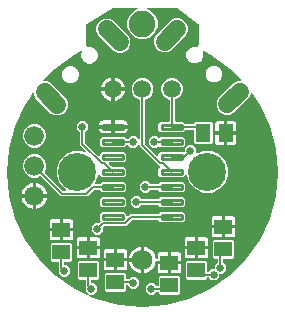
<source format=gbl>
G04 EAGLE Gerber RS-274X export*
G75*
%MOMM*%
%FSLAX34Y34*%
%LPD*%
%INBottom Copper*%
%IPPOS*%
%AMOC8*
5,1,8,0,0,1.08239X$1,22.5*%
G01*
%ADD10C,2.250000*%
%ADD11C,1.755000*%
%ADD12R,1.300000X1.500000*%
%ADD13C,1.676400*%
%ADD14R,1.500000X1.300000*%
%ADD15C,1.508000*%
%ADD16C,3.216000*%
%ADD17C,1.508000*%
%ADD18C,0.295000*%
%ADD19C,0.152400*%
%ADD20C,0.654800*%

G36*
X172220Y26571D02*
X172220Y26571D01*
X172250Y26579D01*
X172350Y26594D01*
X191507Y31711D01*
X191536Y31724D01*
X191567Y31734D01*
X191577Y31736D01*
X191587Y31741D01*
X191631Y31756D01*
X209613Y40112D01*
X209639Y40130D01*
X209728Y40178D01*
X225991Y51522D01*
X226013Y51544D01*
X226093Y51607D01*
X240146Y65595D01*
X240165Y65620D01*
X240232Y65696D01*
X251651Y81906D01*
X251665Y81934D01*
X251718Y82020D01*
X260159Y99962D01*
X260167Y99993D01*
X260204Y100086D01*
X265411Y119219D01*
X265415Y119250D01*
X265435Y119349D01*
X267251Y139095D01*
X267248Y139126D01*
X267251Y139227D01*
X265621Y158988D01*
X265613Y159019D01*
X265599Y159119D01*
X260572Y178299D01*
X260559Y178328D01*
X260527Y178424D01*
X252255Y196445D01*
X252238Y196471D01*
X252190Y196560D01*
X245426Y206354D01*
X245414Y206367D01*
X245406Y206382D01*
X245329Y206455D01*
X245256Y206531D01*
X245241Y206539D01*
X245228Y206551D01*
X245131Y206596D01*
X245038Y206645D01*
X245021Y206648D01*
X245005Y206655D01*
X244899Y206667D01*
X244795Y206683D01*
X244778Y206680D01*
X244760Y206682D01*
X244656Y206659D01*
X244552Y206641D01*
X244537Y206633D01*
X244520Y206630D01*
X244429Y206575D01*
X244336Y206525D01*
X244324Y206512D01*
X244309Y206503D01*
X244240Y206423D01*
X244167Y206345D01*
X244160Y206330D01*
X244149Y206317D01*
X244109Y206218D01*
X244065Y206121D01*
X244064Y206104D01*
X244057Y206088D01*
X244039Y205922D01*
X244039Y205845D01*
X242659Y202513D01*
X229446Y189300D01*
X226114Y187920D01*
X222508Y187920D01*
X219176Y189300D01*
X216626Y191850D01*
X215246Y195182D01*
X215246Y198788D01*
X216626Y202120D01*
X229839Y215333D01*
X233171Y216713D01*
X235336Y216713D01*
X235405Y216724D01*
X235474Y216725D01*
X235525Y216744D01*
X235579Y216752D01*
X235640Y216785D01*
X235705Y216808D01*
X235748Y216842D01*
X235796Y216868D01*
X235844Y216918D01*
X235898Y216960D01*
X235928Y217006D01*
X235966Y217046D01*
X235995Y217108D01*
X236033Y217166D01*
X236046Y217219D01*
X236069Y217269D01*
X236077Y217338D01*
X236094Y217404D01*
X236091Y217459D01*
X236097Y217513D01*
X236082Y217581D01*
X236077Y217650D01*
X236056Y217700D01*
X236044Y217754D01*
X236009Y217813D01*
X235982Y217877D01*
X235935Y217937D01*
X235918Y217965D01*
X235902Y217979D01*
X235878Y218008D01*
X226917Y227097D01*
X226891Y227116D01*
X226816Y227183D01*
X210660Y238679D01*
X210653Y238682D01*
X210646Y238688D01*
X210621Y238700D01*
X210575Y238731D01*
X204458Y241978D01*
X204356Y242012D01*
X204256Y242051D01*
X204240Y242051D01*
X204225Y242056D01*
X204117Y242057D01*
X204010Y242061D01*
X203995Y242057D01*
X203979Y242057D01*
X203877Y242023D01*
X203774Y241993D01*
X203761Y241984D01*
X203746Y241979D01*
X203660Y241914D01*
X203572Y241852D01*
X203562Y241840D01*
X203550Y241830D01*
X203489Y241741D01*
X203425Y241655D01*
X203420Y241640D01*
X203411Y241627D01*
X203382Y241523D01*
X203349Y241421D01*
X203349Y241405D01*
X203345Y241390D01*
X203350Y241283D01*
X203351Y241175D01*
X203356Y241157D01*
X203357Y241144D01*
X203368Y241116D01*
X203398Y241014D01*
X203774Y240105D01*
X203774Y237304D01*
X202703Y234716D01*
X200722Y232735D01*
X198134Y231663D01*
X195333Y231663D01*
X192745Y232735D01*
X190765Y234716D01*
X189693Y237304D01*
X189693Y240105D01*
X190765Y242692D01*
X192745Y244673D01*
X195333Y245745D01*
X198134Y245745D01*
X198648Y245532D01*
X198698Y245520D01*
X198746Y245499D01*
X198818Y245492D01*
X198887Y245476D01*
X198939Y245481D01*
X198991Y245476D01*
X199061Y245492D01*
X199132Y245499D01*
X199180Y245520D01*
X199230Y245532D01*
X199291Y245570D01*
X199357Y245599D01*
X199395Y245634D01*
X199440Y245662D01*
X199485Y245717D01*
X199538Y245765D01*
X199563Y245811D01*
X199596Y245851D01*
X199622Y245918D01*
X199656Y245981D01*
X199666Y246032D01*
X199684Y246081D01*
X199687Y246152D01*
X199700Y246223D01*
X199693Y246275D01*
X199695Y246327D01*
X199668Y246439D01*
X199664Y246466D01*
X199660Y246475D01*
X199656Y246490D01*
X199630Y246565D01*
X199823Y246971D01*
X199847Y247053D01*
X199879Y247132D01*
X199884Y247181D01*
X199892Y247207D01*
X199891Y247237D01*
X199897Y247298D01*
X199897Y264668D01*
X199896Y264676D01*
X199896Y264678D01*
X199894Y264690D01*
X199896Y264712D01*
X199874Y264811D01*
X199858Y264911D01*
X199847Y264930D01*
X199842Y264952D01*
X199790Y265039D01*
X199742Y265128D01*
X199726Y265143D01*
X199715Y265162D01*
X199593Y265277D01*
X181982Y278485D01*
X181949Y278502D01*
X181920Y278527D01*
X181840Y278559D01*
X181764Y278599D01*
X181727Y278605D01*
X181692Y278619D01*
X181525Y278637D01*
X156927Y278637D01*
X156831Y278622D01*
X156734Y278612D01*
X156710Y278602D01*
X156684Y278598D01*
X156598Y278552D01*
X156509Y278512D01*
X156490Y278495D01*
X156467Y278482D01*
X156400Y278412D01*
X156328Y278346D01*
X156316Y278323D01*
X156298Y278304D01*
X156257Y278216D01*
X156210Y278130D01*
X156205Y278105D01*
X156194Y278081D01*
X156183Y277984D01*
X156166Y277888D01*
X156170Y277862D01*
X156167Y277837D01*
X156188Y277741D01*
X156202Y277645D01*
X156214Y277622D01*
X156219Y277596D01*
X156269Y277513D01*
X156313Y277426D01*
X156332Y277407D01*
X156345Y277385D01*
X156419Y277322D01*
X156489Y277254D01*
X156517Y277238D01*
X156532Y277225D01*
X156563Y277213D01*
X156636Y277173D01*
X159636Y275930D01*
X163230Y272336D01*
X165175Y267641D01*
X165175Y262559D01*
X163230Y257864D01*
X159636Y254270D01*
X154941Y252325D01*
X149859Y252325D01*
X145164Y254270D01*
X141570Y257864D01*
X139625Y262559D01*
X139625Y267641D01*
X141570Y272336D01*
X145164Y275930D01*
X148164Y277173D01*
X148247Y277224D01*
X148333Y277270D01*
X148351Y277288D01*
X148373Y277302D01*
X148435Y277378D01*
X148502Y277448D01*
X148513Y277472D01*
X148530Y277492D01*
X148565Y277583D01*
X148606Y277671D01*
X148609Y277697D01*
X148618Y277721D01*
X148622Y277819D01*
X148633Y277915D01*
X148628Y277941D01*
X148629Y277967D01*
X148602Y278061D01*
X148581Y278156D01*
X148567Y278178D01*
X148560Y278203D01*
X148505Y278283D01*
X148455Y278367D01*
X148435Y278384D01*
X148420Y278405D01*
X148342Y278464D01*
X148268Y278527D01*
X148243Y278537D01*
X148222Y278552D01*
X148130Y278582D01*
X148040Y278619D01*
X148007Y278622D01*
X147989Y278628D01*
X147956Y278628D01*
X147873Y278637D01*
X128126Y278637D01*
X128007Y278618D01*
X127886Y278599D01*
X127884Y278598D01*
X127883Y278598D01*
X127877Y278594D01*
X127734Y278529D01*
X105272Y265052D01*
X105226Y265012D01*
X105173Y264981D01*
X105132Y264933D01*
X105085Y264893D01*
X105053Y264840D01*
X105013Y264794D01*
X104990Y264736D01*
X104957Y264682D01*
X104944Y264623D01*
X104921Y264566D01*
X104911Y264474D01*
X104904Y264442D01*
X104906Y264426D01*
X104903Y264399D01*
X104903Y247298D01*
X104916Y247214D01*
X104922Y247129D01*
X104938Y247082D01*
X104942Y247055D01*
X104957Y247029D01*
X104977Y246971D01*
X105170Y246565D01*
X105069Y246279D01*
X105059Y246228D01*
X105041Y246179D01*
X105038Y246108D01*
X105025Y246037D01*
X105033Y245986D01*
X105030Y245933D01*
X105050Y245865D01*
X105061Y245794D01*
X105084Y245747D01*
X105099Y245697D01*
X105140Y245638D01*
X105172Y245575D01*
X105209Y245538D01*
X105239Y245495D01*
X105297Y245452D01*
X105348Y245402D01*
X105395Y245380D01*
X105437Y245348D01*
X105505Y245326D01*
X105569Y245295D01*
X105621Y245288D01*
X105670Y245272D01*
X105742Y245273D01*
X105813Y245264D01*
X105864Y245274D01*
X105916Y245275D01*
X106027Y245307D01*
X106054Y245312D01*
X106063Y245317D01*
X106077Y245321D01*
X106359Y245438D01*
X109160Y245438D01*
X111748Y244366D01*
X113728Y242385D01*
X114800Y239798D01*
X114800Y236997D01*
X113728Y234409D01*
X111748Y232428D01*
X109160Y231356D01*
X106359Y231356D01*
X103771Y232428D01*
X101790Y234409D01*
X100719Y236997D01*
X100719Y239798D01*
X101172Y240892D01*
X101196Y240996D01*
X101225Y241100D01*
X101224Y241116D01*
X101228Y241131D01*
X101218Y241238D01*
X101212Y241346D01*
X101206Y241360D01*
X101205Y241376D01*
X101161Y241474D01*
X101121Y241574D01*
X101111Y241586D01*
X101105Y241601D01*
X101032Y241680D01*
X100963Y241762D01*
X100949Y241770D01*
X100938Y241782D01*
X100844Y241834D01*
X100752Y241889D01*
X100737Y241893D01*
X100723Y241900D01*
X100617Y241920D01*
X100512Y241943D01*
X100496Y241941D01*
X100481Y241944D01*
X100374Y241928D01*
X100267Y241917D01*
X100250Y241910D01*
X100237Y241908D01*
X100210Y241895D01*
X100112Y241855D01*
X94225Y238731D01*
X94200Y238712D01*
X94140Y238679D01*
X77984Y227183D01*
X77962Y227161D01*
X77883Y227097D01*
X68619Y217701D01*
X68579Y217645D01*
X68531Y217595D01*
X68508Y217545D01*
X68477Y217501D01*
X68457Y217434D01*
X68428Y217372D01*
X68422Y217318D01*
X68406Y217265D01*
X68408Y217196D01*
X68401Y217127D01*
X68412Y217074D01*
X68414Y217019D01*
X68438Y216955D01*
X68453Y216887D01*
X68481Y216840D01*
X68500Y216789D01*
X68544Y216735D01*
X68579Y216676D01*
X68621Y216640D01*
X68655Y216598D01*
X68713Y216561D01*
X68766Y216516D01*
X68817Y216496D01*
X68863Y216466D01*
X68930Y216450D01*
X68994Y216424D01*
X69070Y216416D01*
X69102Y216408D01*
X69124Y216410D01*
X69161Y216406D01*
X71322Y216406D01*
X74654Y215026D01*
X87867Y201813D01*
X89247Y198481D01*
X89247Y194875D01*
X87867Y191543D01*
X85317Y188993D01*
X81985Y187613D01*
X78379Y187613D01*
X75047Y188993D01*
X61834Y202206D01*
X60441Y205569D01*
X60432Y205615D01*
X60415Y205720D01*
X60406Y205735D01*
X60403Y205752D01*
X60349Y205844D01*
X60299Y205937D01*
X60287Y205949D01*
X60278Y205964D01*
X60198Y206034D01*
X60121Y206107D01*
X60105Y206114D01*
X60093Y206125D01*
X59994Y206165D01*
X59898Y206210D01*
X59881Y206212D01*
X59865Y206219D01*
X59759Y206226D01*
X59654Y206237D01*
X59637Y206234D01*
X59620Y206235D01*
X59517Y206208D01*
X59413Y206185D01*
X59398Y206176D01*
X59382Y206172D01*
X59293Y206113D01*
X59202Y206059D01*
X59191Y206046D01*
X59177Y206036D01*
X59067Y205910D01*
X56812Y202644D01*
X52610Y196560D01*
X52609Y196556D01*
X52607Y196554D01*
X52593Y196526D01*
X52545Y196445D01*
X44273Y178424D01*
X44265Y178394D01*
X44228Y178299D01*
X39201Y159119D01*
X39198Y159087D01*
X39179Y158988D01*
X37549Y139227D01*
X37551Y139195D01*
X37549Y139095D01*
X39365Y119349D01*
X39373Y119319D01*
X39389Y119219D01*
X44596Y100086D01*
X44609Y100058D01*
X44641Y99962D01*
X53082Y82020D01*
X53100Y81994D01*
X53149Y81906D01*
X64568Y65696D01*
X64590Y65673D01*
X64654Y65595D01*
X78707Y51607D01*
X78733Y51588D01*
X78809Y51522D01*
X95072Y40178D01*
X95101Y40165D01*
X95187Y40112D01*
X105810Y35175D01*
X105919Y35145D01*
X106028Y35112D01*
X106038Y35112D01*
X106047Y35109D01*
X106160Y35115D01*
X106274Y35118D01*
X106283Y35121D01*
X106293Y35122D01*
X106398Y35164D01*
X106505Y35202D01*
X106512Y35209D01*
X106522Y35212D01*
X106608Y35285D01*
X106697Y35356D01*
X106702Y35364D01*
X106710Y35371D01*
X106768Y35468D01*
X106830Y35563D01*
X106832Y35573D01*
X106837Y35581D01*
X106862Y35692D01*
X106890Y35802D01*
X106889Y35811D01*
X106891Y35821D01*
X106879Y35934D01*
X106871Y36047D01*
X106867Y36056D01*
X106866Y36066D01*
X106819Y36169D01*
X106774Y36273D01*
X106767Y36282D01*
X106764Y36290D01*
X106747Y36308D01*
X106670Y36404D01*
X104421Y38652D01*
X104421Y41889D01*
X104407Y41980D01*
X104399Y42070D01*
X104393Y42085D01*
X104393Y47754D01*
X104390Y47774D01*
X104392Y47793D01*
X104370Y47895D01*
X104354Y47997D01*
X104344Y48014D01*
X104340Y48034D01*
X104287Y48123D01*
X104238Y48214D01*
X104224Y48228D01*
X104214Y48245D01*
X104135Y48312D01*
X104060Y48384D01*
X104042Y48392D01*
X104027Y48405D01*
X103931Y48444D01*
X103837Y48487D01*
X103817Y48489D01*
X103799Y48497D01*
X103632Y48515D01*
X98548Y48515D01*
X97655Y49408D01*
X97655Y63672D01*
X98548Y64565D01*
X114812Y64565D01*
X115705Y63672D01*
X115705Y49408D01*
X114812Y48515D01*
X109728Y48515D01*
X109708Y48512D01*
X109689Y48514D01*
X109587Y48492D01*
X109485Y48476D01*
X109468Y48466D01*
X109448Y48462D01*
X109359Y48409D01*
X109268Y48360D01*
X109254Y48346D01*
X109237Y48336D01*
X109170Y48257D01*
X109098Y48182D01*
X109090Y48164D01*
X109077Y48149D01*
X109038Y48053D01*
X108995Y47959D01*
X108993Y47939D01*
X108985Y47921D01*
X108967Y47754D01*
X108967Y46200D01*
X108970Y46180D01*
X108968Y46161D01*
X108990Y46059D01*
X109006Y45957D01*
X109016Y45940D01*
X109020Y45920D01*
X109073Y45831D01*
X109122Y45740D01*
X109136Y45726D01*
X109146Y45709D01*
X109225Y45642D01*
X109300Y45570D01*
X109318Y45562D01*
X109333Y45549D01*
X109429Y45510D01*
X109523Y45467D01*
X109543Y45465D01*
X109561Y45457D01*
X109728Y45439D01*
X111208Y45439D01*
X114019Y42628D01*
X114019Y38652D01*
X111208Y35841D01*
X107822Y35841D01*
X107742Y35828D01*
X107660Y35824D01*
X107621Y35808D01*
X107579Y35802D01*
X107507Y35763D01*
X107432Y35734D01*
X107399Y35706D01*
X107362Y35686D01*
X107306Y35627D01*
X107244Y35575D01*
X107222Y35539D01*
X107193Y35508D01*
X107158Y35434D01*
X107116Y35365D01*
X107107Y35323D01*
X107089Y35285D01*
X107080Y35204D01*
X107062Y35125D01*
X107066Y35083D01*
X107062Y35041D01*
X107079Y34961D01*
X107088Y34880D01*
X107105Y34842D01*
X107114Y34800D01*
X107156Y34730D01*
X107190Y34656D01*
X107219Y34625D01*
X107240Y34589D01*
X107302Y34536D01*
X107358Y34477D01*
X107405Y34448D01*
X107427Y34429D01*
X107454Y34418D01*
X107501Y34390D01*
X113169Y31756D01*
X113199Y31747D01*
X113293Y31711D01*
X132450Y26594D01*
X132481Y26591D01*
X132580Y26571D01*
X152334Y24848D01*
X152365Y24850D01*
X152466Y24848D01*
X172220Y26571D01*
G37*
%LPC*%
G36*
X203898Y122095D02*
X203898Y122095D01*
X197428Y124775D01*
X192475Y129728D01*
X189795Y136198D01*
X189795Y136465D01*
X189784Y136536D01*
X189782Y136608D01*
X189764Y136657D01*
X189756Y136708D01*
X189722Y136771D01*
X189697Y136839D01*
X189665Y136879D01*
X189640Y136925D01*
X189588Y136975D01*
X189544Y137031D01*
X189500Y137059D01*
X189462Y137095D01*
X189397Y137125D01*
X189337Y137164D01*
X189286Y137176D01*
X189239Y137198D01*
X189168Y137206D01*
X189098Y137224D01*
X189046Y137220D01*
X188995Y137225D01*
X188924Y137210D01*
X188853Y137205D01*
X188805Y137184D01*
X188754Y137173D01*
X188693Y137136D01*
X188627Y137108D01*
X188571Y137063D01*
X188543Y137047D01*
X188528Y137029D01*
X188496Y137003D01*
X186718Y135225D01*
X167682Y135225D01*
X165925Y136982D01*
X165925Y142418D01*
X167085Y143578D01*
X167127Y143636D01*
X167177Y143688D01*
X167199Y143735D01*
X167229Y143777D01*
X167250Y143846D01*
X167280Y143911D01*
X167286Y143963D01*
X167301Y144013D01*
X167300Y144084D01*
X167307Y144155D01*
X167296Y144206D01*
X167295Y144258D01*
X167270Y144326D01*
X167255Y144396D01*
X167228Y144441D01*
X167211Y144489D01*
X167166Y144545D01*
X167129Y144607D01*
X167089Y144641D01*
X167057Y144681D01*
X166997Y144720D01*
X166942Y144767D01*
X166894Y144786D01*
X166850Y144814D01*
X166780Y144832D01*
X166714Y144859D01*
X166643Y144867D01*
X166611Y144875D01*
X166588Y144873D01*
X166547Y144877D01*
X166420Y144877D01*
X150113Y161184D01*
X150113Y161809D01*
X150102Y161880D01*
X150100Y161951D01*
X150082Y162000D01*
X150074Y162052D01*
X150040Y162115D01*
X150015Y162182D01*
X149983Y162223D01*
X149958Y162269D01*
X149907Y162318D01*
X149862Y162375D01*
X149818Y162403D01*
X149780Y162439D01*
X149715Y162469D01*
X149655Y162508D01*
X149604Y162520D01*
X149557Y162542D01*
X149486Y162550D01*
X149416Y162568D01*
X149364Y162564D01*
X149313Y162569D01*
X149242Y162554D01*
X149171Y162548D01*
X149123Y162528D01*
X149072Y162517D01*
X149011Y162480D01*
X148945Y162452D01*
X148889Y162407D01*
X148861Y162391D01*
X148846Y162373D01*
X148814Y162347D01*
X146768Y160301D01*
X142792Y160301D01*
X140503Y162590D01*
X140429Y162643D01*
X140360Y162703D01*
X140330Y162715D01*
X140304Y162734D01*
X140217Y162761D01*
X140132Y162795D01*
X140091Y162799D01*
X140068Y162806D01*
X140036Y162805D01*
X139965Y162813D01*
X139621Y162813D01*
X139531Y162799D01*
X139440Y162791D01*
X139410Y162779D01*
X139378Y162774D01*
X139297Y162731D01*
X139214Y162695D01*
X139181Y162669D01*
X139161Y162658D01*
X139139Y162635D01*
X139083Y162590D01*
X137118Y160625D01*
X118082Y160625D01*
X116325Y162382D01*
X116325Y167818D01*
X118082Y169575D01*
X137118Y169575D01*
X139083Y167610D01*
X139157Y167557D01*
X139226Y167497D01*
X139256Y167485D01*
X139282Y167466D01*
X139369Y167439D01*
X139454Y167405D01*
X139495Y167401D01*
X139517Y167394D01*
X139550Y167395D01*
X139621Y167387D01*
X139965Y167387D01*
X140055Y167401D01*
X140146Y167409D01*
X140176Y167421D01*
X140208Y167426D01*
X140288Y167469D01*
X140372Y167505D01*
X140404Y167531D01*
X140425Y167542D01*
X140447Y167565D01*
X140503Y167610D01*
X142792Y169899D01*
X146768Y169899D01*
X148814Y167853D01*
X148872Y167811D01*
X148924Y167761D01*
X148971Y167740D01*
X149013Y167709D01*
X149082Y167688D01*
X149147Y167658D01*
X149199Y167652D01*
X149249Y167637D01*
X149320Y167639D01*
X149391Y167631D01*
X149442Y167642D01*
X149494Y167643D01*
X149562Y167668D01*
X149632Y167683D01*
X149677Y167710D01*
X149725Y167728D01*
X149781Y167772D01*
X149843Y167809D01*
X149877Y167849D01*
X149917Y167881D01*
X149956Y167942D01*
X150003Y167996D01*
X150022Y168044D01*
X150050Y168088D01*
X150068Y168158D01*
X150095Y168224D01*
X150103Y168296D01*
X150111Y168327D01*
X150109Y168350D01*
X150113Y168391D01*
X150113Y200327D01*
X150094Y200442D01*
X150077Y200558D01*
X150075Y200564D01*
X150074Y200570D01*
X150019Y200672D01*
X149966Y200777D01*
X149961Y200782D01*
X149958Y200787D01*
X149874Y200867D01*
X149790Y200949D01*
X149784Y200953D01*
X149780Y200956D01*
X149763Y200964D01*
X149643Y201030D01*
X147265Y202015D01*
X144715Y204565D01*
X143335Y207897D01*
X143335Y211503D01*
X144715Y214835D01*
X147265Y217385D01*
X150597Y218765D01*
X154203Y218765D01*
X157535Y217385D01*
X160085Y214835D01*
X161465Y211503D01*
X161465Y207897D01*
X160085Y204565D01*
X157535Y202015D01*
X155157Y201030D01*
X155057Y200968D01*
X154957Y200909D01*
X154953Y200904D01*
X154948Y200901D01*
X154873Y200810D01*
X154797Y200722D01*
X154795Y200716D01*
X154791Y200711D01*
X154749Y200603D01*
X154705Y200494D01*
X154704Y200486D01*
X154703Y200482D01*
X154702Y200463D01*
X154687Y200327D01*
X154687Y163394D01*
X154691Y163369D01*
X154689Y163353D01*
X154702Y163291D01*
X154709Y163213D01*
X154721Y163183D01*
X154726Y163151D01*
X154737Y163130D01*
X154741Y163113D01*
X154776Y163055D01*
X154805Y162986D01*
X154831Y162954D01*
X154842Y162934D01*
X154857Y162919D01*
X154867Y162902D01*
X154884Y162887D01*
X154910Y162855D01*
X164626Y153139D01*
X164684Y153097D01*
X164736Y153048D01*
X164783Y153026D01*
X164825Y152996D01*
X164894Y152975D01*
X164959Y152944D01*
X165011Y152939D01*
X165061Y152923D01*
X165132Y152925D01*
X165203Y152917D01*
X165254Y152928D01*
X165306Y152930D01*
X165374Y152954D01*
X165444Y152970D01*
X165489Y152996D01*
X165537Y153014D01*
X165593Y153059D01*
X165655Y153096D01*
X165689Y153135D01*
X165729Y153168D01*
X165768Y153228D01*
X165815Y153283D01*
X165834Y153331D01*
X165862Y153375D01*
X165880Y153444D01*
X165907Y153511D01*
X165915Y153582D01*
X165923Y153613D01*
X165921Y153637D01*
X165925Y153678D01*
X165925Y155118D01*
X167682Y156875D01*
X186718Y156875D01*
X186942Y156651D01*
X187000Y156609D01*
X187052Y156559D01*
X187099Y156537D01*
X187141Y156507D01*
X187210Y156486D01*
X187275Y156456D01*
X187327Y156450D01*
X187377Y156435D01*
X187448Y156436D01*
X187519Y156429D01*
X187570Y156440D01*
X187622Y156441D01*
X187690Y156466D01*
X187760Y156481D01*
X187805Y156508D01*
X187853Y156525D01*
X187909Y156570D01*
X187971Y156607D01*
X188005Y156647D01*
X188045Y156679D01*
X188084Y156739D01*
X188131Y156794D01*
X188150Y156842D01*
X188178Y156886D01*
X188196Y156955D01*
X188223Y157022D01*
X188231Y157093D01*
X188239Y157125D01*
X188237Y157148D01*
X188241Y157189D01*
X188241Y159468D01*
X191052Y162279D01*
X195028Y162279D01*
X197839Y159468D01*
X197839Y155934D01*
X197846Y155889D01*
X197844Y155843D01*
X197866Y155768D01*
X197878Y155691D01*
X197900Y155651D01*
X197913Y155607D01*
X197957Y155543D01*
X197994Y155474D01*
X198027Y155442D01*
X198053Y155405D01*
X198116Y155358D01*
X198172Y155305D01*
X198214Y155285D01*
X198250Y155258D01*
X198324Y155234D01*
X198395Y155201D01*
X198441Y155196D01*
X198484Y155182D01*
X198562Y155182D01*
X198639Y155174D01*
X198684Y155184D01*
X198730Y155184D01*
X198862Y155222D01*
X198880Y155226D01*
X198884Y155229D01*
X198891Y155231D01*
X203898Y157305D01*
X210902Y157305D01*
X217372Y154625D01*
X222325Y149672D01*
X225005Y143202D01*
X225005Y136198D01*
X222325Y129728D01*
X217372Y124775D01*
X210902Y122095D01*
X203898Y122095D01*
G37*
%LPD*%
%LPC*%
G36*
X83459Y119047D02*
X83459Y119047D01*
X66615Y135891D01*
X66521Y135958D01*
X66427Y136029D01*
X66421Y136031D01*
X66415Y136034D01*
X66305Y136069D01*
X66193Y136105D01*
X66186Y136105D01*
X66180Y136107D01*
X66064Y136104D01*
X65947Y136103D01*
X65940Y136101D01*
X65935Y136100D01*
X65917Y136094D01*
X65786Y136056D01*
X62931Y134873D01*
X58989Y134873D01*
X55348Y136381D01*
X52561Y139168D01*
X51053Y142809D01*
X51053Y146751D01*
X52561Y150392D01*
X55348Y153179D01*
X58989Y154687D01*
X62931Y154687D01*
X66572Y153179D01*
X69359Y150392D01*
X70867Y146751D01*
X70867Y142809D01*
X69684Y139954D01*
X69657Y139841D01*
X69629Y139727D01*
X69629Y139721D01*
X69628Y139715D01*
X69639Y139598D01*
X69648Y139482D01*
X69650Y139476D01*
X69651Y139470D01*
X69699Y139362D01*
X69744Y139256D01*
X69749Y139250D01*
X69751Y139245D01*
X69764Y139232D01*
X69849Y139125D01*
X85130Y123844D01*
X85204Y123791D01*
X85274Y123731D01*
X85304Y123719D01*
X85330Y123700D01*
X85417Y123673D01*
X85502Y123639D01*
X85543Y123635D01*
X85565Y123628D01*
X85597Y123629D01*
X85669Y123621D01*
X86745Y123621D01*
X86815Y123632D01*
X86887Y123634D01*
X86936Y123652D01*
X86987Y123660D01*
X87051Y123694D01*
X87118Y123719D01*
X87159Y123751D01*
X87205Y123776D01*
X87254Y123828D01*
X87310Y123872D01*
X87338Y123916D01*
X87374Y123954D01*
X87404Y124019D01*
X87443Y124079D01*
X87456Y124130D01*
X87478Y124177D01*
X87486Y124248D01*
X87503Y124318D01*
X87499Y124370D01*
X87505Y124421D01*
X87490Y124492D01*
X87484Y124563D01*
X87464Y124611D01*
X87453Y124662D01*
X87416Y124723D01*
X87388Y124789D01*
X87343Y124845D01*
X87326Y124873D01*
X87309Y124888D01*
X87283Y124920D01*
X82475Y129728D01*
X79795Y136198D01*
X79795Y143202D01*
X82475Y149672D01*
X87428Y154625D01*
X93898Y157305D01*
X100902Y157305D01*
X103325Y156301D01*
X103420Y156279D01*
X103513Y156250D01*
X103539Y156251D01*
X103565Y156245D01*
X103661Y156254D01*
X103759Y156256D01*
X103783Y156265D01*
X103809Y156268D01*
X103898Y156308D01*
X103990Y156341D01*
X104010Y156357D01*
X104034Y156368D01*
X104106Y156434D01*
X104182Y156495D01*
X104196Y156517D01*
X104215Y156534D01*
X104262Y156620D01*
X104315Y156702D01*
X104321Y156727D01*
X104334Y156750D01*
X104351Y156846D01*
X104375Y156940D01*
X104373Y156966D01*
X104378Y156992D01*
X104363Y157088D01*
X104356Y157185D01*
X104346Y157209D01*
X104342Y157235D01*
X104298Y157322D01*
X104259Y157412D01*
X104239Y157437D01*
X104230Y157454D01*
X104207Y157478D01*
X104155Y157543D01*
X100876Y160821D01*
X99313Y162384D01*
X99313Y172985D01*
X99299Y173075D01*
X99291Y173166D01*
X99279Y173196D01*
X99274Y173228D01*
X99231Y173308D01*
X99195Y173392D01*
X99169Y173424D01*
X99158Y173445D01*
X99135Y173467D01*
X99090Y173523D01*
X96801Y175812D01*
X96801Y179788D01*
X99612Y182599D01*
X103588Y182599D01*
X106399Y179788D01*
X106399Y175812D01*
X104110Y173523D01*
X104057Y173449D01*
X103997Y173380D01*
X103985Y173350D01*
X103966Y173324D01*
X103939Y173237D01*
X103905Y173152D01*
X103901Y173111D01*
X103894Y173088D01*
X103895Y173056D01*
X103887Y172985D01*
X103887Y164594D01*
X103901Y164504D01*
X103909Y164413D01*
X103921Y164383D01*
X103926Y164351D01*
X103969Y164270D01*
X104005Y164186D01*
X104031Y164154D01*
X104042Y164134D01*
X104065Y164111D01*
X104110Y164055D01*
X115026Y153139D01*
X115084Y153097D01*
X115136Y153048D01*
X115183Y153026D01*
X115225Y152996D01*
X115294Y152975D01*
X115359Y152944D01*
X115411Y152939D01*
X115461Y152923D01*
X115532Y152925D01*
X115603Y152917D01*
X115654Y152928D01*
X115706Y152930D01*
X115774Y152954D01*
X115844Y152970D01*
X115889Y152996D01*
X115937Y153014D01*
X115993Y153059D01*
X116055Y153096D01*
X116089Y153135D01*
X116129Y153168D01*
X116168Y153228D01*
X116215Y153283D01*
X116234Y153331D01*
X116262Y153375D01*
X116280Y153444D01*
X116307Y153511D01*
X116315Y153582D01*
X116323Y153613D01*
X116321Y153637D01*
X116325Y153678D01*
X116325Y155118D01*
X118082Y156875D01*
X137118Y156875D01*
X138875Y155118D01*
X138875Y149682D01*
X137118Y147925D01*
X124446Y147925D01*
X124376Y147914D01*
X124304Y147912D01*
X124255Y147894D01*
X124204Y147886D01*
X124140Y147852D01*
X124073Y147827D01*
X124032Y147795D01*
X123986Y147770D01*
X123937Y147718D01*
X123881Y147674D01*
X123853Y147630D01*
X123817Y147592D01*
X123787Y147527D01*
X123748Y147467D01*
X123735Y147416D01*
X123713Y147369D01*
X123705Y147298D01*
X123688Y147228D01*
X123692Y147176D01*
X123686Y147125D01*
X123701Y147054D01*
X123707Y146983D01*
X123727Y146935D01*
X123738Y146884D01*
X123775Y146823D01*
X123803Y146757D01*
X123848Y146701D01*
X123865Y146673D01*
X123882Y146658D01*
X123908Y146626D01*
X126136Y144398D01*
X126210Y144345D01*
X126280Y144285D01*
X126310Y144273D01*
X126336Y144254D01*
X126423Y144227D01*
X126508Y144193D01*
X126549Y144189D01*
X126571Y144182D01*
X126603Y144183D01*
X126675Y144175D01*
X137118Y144175D01*
X138875Y142418D01*
X138875Y136982D01*
X137118Y135225D01*
X118082Y135225D01*
X116304Y137003D01*
X116246Y137045D01*
X116194Y137095D01*
X116147Y137117D01*
X116105Y137147D01*
X116036Y137168D01*
X115971Y137198D01*
X115919Y137204D01*
X115869Y137219D01*
X115798Y137218D01*
X115727Y137225D01*
X115676Y137214D01*
X115624Y137213D01*
X115556Y137188D01*
X115486Y137173D01*
X115441Y137146D01*
X115393Y137129D01*
X115337Y137084D01*
X115275Y137047D01*
X115241Y137007D01*
X115201Y136975D01*
X115162Y136915D01*
X115115Y136860D01*
X115096Y136812D01*
X115068Y136768D01*
X115050Y136698D01*
X115023Y136632D01*
X115015Y136561D01*
X115007Y136529D01*
X115009Y136506D01*
X115005Y136465D01*
X115005Y136198D01*
X112578Y130339D01*
X112567Y130295D01*
X112548Y130253D01*
X112540Y130176D01*
X112522Y130100D01*
X112526Y130054D01*
X112521Y130009D01*
X112538Y129932D01*
X112545Y129855D01*
X112563Y129813D01*
X112573Y129768D01*
X112613Y129701D01*
X112645Y129630D01*
X112676Y129596D01*
X112699Y129557D01*
X112759Y129506D01*
X112811Y129449D01*
X112851Y129427D01*
X112886Y129397D01*
X112959Y129368D01*
X113027Y129331D01*
X113072Y129322D01*
X113114Y129305D01*
X113250Y129290D01*
X113269Y129287D01*
X113274Y129288D01*
X113281Y129287D01*
X115579Y129287D01*
X115669Y129301D01*
X115760Y129309D01*
X115790Y129321D01*
X115822Y129326D01*
X115903Y129369D01*
X115987Y129405D01*
X116019Y129431D01*
X116039Y129442D01*
X116061Y129465D01*
X116117Y129510D01*
X118082Y131475D01*
X137118Y131475D01*
X138875Y129718D01*
X138875Y124282D01*
X137118Y122525D01*
X118082Y122525D01*
X116117Y124490D01*
X116043Y124543D01*
X115974Y124603D01*
X115944Y124615D01*
X115918Y124634D01*
X115831Y124661D01*
X115746Y124695D01*
X115705Y124699D01*
X115683Y124706D01*
X115650Y124705D01*
X115579Y124713D01*
X111936Y124713D01*
X111846Y124699D01*
X111755Y124691D01*
X111725Y124679D01*
X111693Y124674D01*
X111613Y124631D01*
X111529Y124595D01*
X111497Y124569D01*
X111476Y124558D01*
X111454Y124535D01*
X111398Y124490D01*
X105955Y119047D01*
X83459Y119047D01*
G37*
%LPD*%
%LPC*%
G36*
X196728Y163695D02*
X196728Y163695D01*
X195835Y164588D01*
X195835Y174752D01*
X195832Y174772D01*
X195834Y174791D01*
X195812Y174893D01*
X195796Y174995D01*
X195786Y175012D01*
X195782Y175032D01*
X195729Y175121D01*
X195680Y175212D01*
X195666Y175226D01*
X195656Y175243D01*
X195577Y175310D01*
X195502Y175382D01*
X195484Y175390D01*
X195469Y175403D01*
X195373Y175442D01*
X195279Y175485D01*
X195259Y175487D01*
X195241Y175495D01*
X195074Y175513D01*
X189221Y175513D01*
X189131Y175499D01*
X189040Y175491D01*
X189010Y175479D01*
X188978Y175474D01*
X188897Y175431D01*
X188813Y175395D01*
X188781Y175369D01*
X188761Y175358D01*
X188739Y175335D01*
X188683Y175290D01*
X186718Y173325D01*
X167682Y173325D01*
X165925Y175082D01*
X165925Y180518D01*
X167682Y182275D01*
X174752Y182275D01*
X174772Y182278D01*
X174791Y182276D01*
X174893Y182298D01*
X174995Y182314D01*
X175012Y182324D01*
X175032Y182328D01*
X175121Y182381D01*
X175212Y182430D01*
X175226Y182444D01*
X175243Y182454D01*
X175310Y182533D01*
X175382Y182608D01*
X175390Y182626D01*
X175403Y182641D01*
X175442Y182737D01*
X175485Y182831D01*
X175487Y182851D01*
X175495Y182869D01*
X175513Y183036D01*
X175513Y200161D01*
X175494Y200276D01*
X175477Y200392D01*
X175475Y200398D01*
X175474Y200404D01*
X175419Y200507D01*
X175366Y200611D01*
X175361Y200616D01*
X175358Y200621D01*
X175274Y200701D01*
X175190Y200784D01*
X175184Y200787D01*
X175180Y200791D01*
X175163Y200799D01*
X175043Y200865D01*
X172265Y202015D01*
X169715Y204565D01*
X168335Y207897D01*
X168335Y211503D01*
X169715Y214835D01*
X172265Y217385D01*
X175597Y218765D01*
X179203Y218765D01*
X182535Y217385D01*
X185085Y214835D01*
X186465Y211503D01*
X186465Y207897D01*
X185085Y204565D01*
X182535Y202015D01*
X180557Y201196D01*
X180457Y201134D01*
X180357Y201074D01*
X180353Y201070D01*
X180348Y201066D01*
X180273Y200976D01*
X180197Y200888D01*
X180195Y200882D01*
X180191Y200877D01*
X180149Y200768D01*
X180105Y200659D01*
X180104Y200652D01*
X180103Y200647D01*
X180102Y200629D01*
X180087Y200493D01*
X180087Y183036D01*
X180090Y183016D01*
X180088Y182997D01*
X180110Y182895D01*
X180126Y182793D01*
X180136Y182776D01*
X180140Y182756D01*
X180193Y182667D01*
X180242Y182576D01*
X180256Y182562D01*
X180266Y182545D01*
X180345Y182478D01*
X180420Y182406D01*
X180438Y182398D01*
X180453Y182385D01*
X180549Y182346D01*
X180643Y182303D01*
X180663Y182301D01*
X180681Y182293D01*
X180848Y182275D01*
X186718Y182275D01*
X188683Y180310D01*
X188757Y180257D01*
X188826Y180197D01*
X188856Y180185D01*
X188882Y180166D01*
X188969Y180139D01*
X189054Y180105D01*
X189095Y180101D01*
X189117Y180094D01*
X189150Y180095D01*
X189221Y180087D01*
X195074Y180087D01*
X195094Y180090D01*
X195113Y180088D01*
X195215Y180110D01*
X195317Y180126D01*
X195334Y180136D01*
X195354Y180140D01*
X195443Y180193D01*
X195534Y180242D01*
X195548Y180256D01*
X195565Y180266D01*
X195632Y180345D01*
X195704Y180420D01*
X195712Y180438D01*
X195725Y180453D01*
X195764Y180549D01*
X195807Y180643D01*
X195809Y180663D01*
X195817Y180681D01*
X195835Y180848D01*
X195835Y180852D01*
X196728Y181745D01*
X210992Y181745D01*
X211885Y180852D01*
X211885Y164588D01*
X210992Y163695D01*
X196728Y163695D01*
G37*
%LPD*%
%LPC*%
G36*
X210745Y47913D02*
X210745Y47913D01*
X208455Y50203D01*
X208382Y50256D01*
X208312Y50315D01*
X208282Y50327D01*
X208256Y50346D01*
X208169Y50373D01*
X208131Y50388D01*
X208111Y50397D01*
X208107Y50398D01*
X208084Y50407D01*
X208043Y50412D01*
X208021Y50418D01*
X207988Y50418D01*
X207917Y50425D01*
X207906Y50425D01*
X207886Y50422D01*
X207867Y50424D01*
X207814Y50413D01*
X207775Y50412D01*
X207735Y50397D01*
X207663Y50386D01*
X207646Y50376D01*
X207626Y50372D01*
X207564Y50335D01*
X207544Y50328D01*
X207525Y50313D01*
X207446Y50271D01*
X207432Y50256D01*
X207415Y50246D01*
X207357Y50178D01*
X207352Y50174D01*
X207347Y50167D01*
X207276Y50092D01*
X207268Y50074D01*
X207255Y50059D01*
X207216Y49963D01*
X207173Y49869D01*
X207171Y49849D01*
X207163Y49831D01*
X207145Y49664D01*
X207145Y49408D01*
X206252Y48515D01*
X189988Y48515D01*
X189095Y49408D01*
X189095Y63672D01*
X189988Y64565D01*
X206252Y64565D01*
X207145Y63672D01*
X207145Y55760D01*
X207148Y55741D01*
X207146Y55721D01*
X207168Y55619D01*
X207184Y55517D01*
X207194Y55500D01*
X207198Y55480D01*
X207251Y55391D01*
X207300Y55300D01*
X207314Y55286D01*
X207324Y55269D01*
X207399Y55205D01*
X207408Y55195D01*
X207417Y55189D01*
X207478Y55131D01*
X207496Y55122D01*
X207511Y55109D01*
X207590Y55078D01*
X207614Y55062D01*
X207641Y55055D01*
X207701Y55027D01*
X207721Y55025D01*
X207739Y55017D01*
X207831Y55007D01*
X207853Y55002D01*
X207870Y55003D01*
X207906Y54999D01*
X207917Y54999D01*
X207932Y55001D01*
X207945Y55000D01*
X208009Y55014D01*
X208098Y55021D01*
X208128Y55033D01*
X208160Y55039D01*
X208185Y55052D01*
X208186Y55052D01*
X208188Y55054D01*
X208241Y55081D01*
X208325Y55117D01*
X208357Y55143D01*
X208377Y55154D01*
X208400Y55177D01*
X208455Y55222D01*
X210745Y57511D01*
X212880Y57511D01*
X212900Y57514D01*
X212919Y57512D01*
X213021Y57534D01*
X213123Y57551D01*
X213140Y57560D01*
X213160Y57564D01*
X213249Y57617D01*
X213340Y57666D01*
X213354Y57680D01*
X213371Y57690D01*
X213438Y57769D01*
X213510Y57844D01*
X213518Y57862D01*
X213531Y57877D01*
X213570Y57974D01*
X213613Y58067D01*
X213615Y58087D01*
X213623Y58105D01*
X213641Y58272D01*
X213641Y60408D01*
X215930Y62697D01*
X215983Y62771D01*
X216043Y62840D01*
X216055Y62870D01*
X216074Y62896D01*
X216101Y62983D01*
X216135Y63068D01*
X216139Y63109D01*
X216146Y63132D01*
X216145Y63164D01*
X216153Y63235D01*
X216153Y65534D01*
X216150Y65554D01*
X216152Y65573D01*
X216130Y65675D01*
X216114Y65777D01*
X216104Y65794D01*
X216100Y65814D01*
X216047Y65903D01*
X215998Y65994D01*
X215984Y66008D01*
X215974Y66025D01*
X215895Y66092D01*
X215820Y66164D01*
X215802Y66172D01*
X215787Y66185D01*
X215691Y66224D01*
X215597Y66267D01*
X215577Y66269D01*
X215559Y66277D01*
X215392Y66295D01*
X212848Y66295D01*
X211955Y67188D01*
X211955Y81452D01*
X212848Y82345D01*
X229112Y82345D01*
X230005Y81452D01*
X230005Y67188D01*
X229112Y66295D01*
X221488Y66295D01*
X221468Y66292D01*
X221449Y66294D01*
X221347Y66272D01*
X221245Y66256D01*
X221228Y66246D01*
X221208Y66242D01*
X221119Y66189D01*
X221028Y66140D01*
X221014Y66126D01*
X220997Y66116D01*
X220930Y66037D01*
X220858Y65962D01*
X220850Y65944D01*
X220837Y65929D01*
X220798Y65832D01*
X220755Y65739D01*
X220753Y65719D01*
X220745Y65701D01*
X220727Y65534D01*
X220727Y63235D01*
X220741Y63145D01*
X220749Y63054D01*
X220761Y63024D01*
X220766Y62992D01*
X220809Y62912D01*
X220845Y62828D01*
X220871Y62796D01*
X220882Y62775D01*
X220905Y62753D01*
X220950Y62697D01*
X223239Y60408D01*
X223239Y56432D01*
X220428Y53621D01*
X218292Y53621D01*
X218273Y53618D01*
X218253Y53620D01*
X218151Y53598D01*
X218049Y53582D01*
X218032Y53572D01*
X218012Y53568D01*
X217923Y53515D01*
X217832Y53466D01*
X217818Y53452D01*
X217801Y53442D01*
X217734Y53363D01*
X217663Y53288D01*
X217654Y53270D01*
X217641Y53255D01*
X217603Y53159D01*
X217559Y53065D01*
X217557Y53045D01*
X217549Y53027D01*
X217531Y52860D01*
X217531Y50725D01*
X214720Y47913D01*
X210745Y47913D01*
G37*
%LPD*%
%LPC*%
G36*
X112312Y86641D02*
X112312Y86641D01*
X109501Y89452D01*
X109501Y93428D01*
X112312Y96239D01*
X115549Y96239D01*
X115639Y96253D01*
X115730Y96261D01*
X115760Y96273D01*
X115792Y96278D01*
X115873Y96321D01*
X115957Y96357D01*
X115989Y96383D01*
X116010Y96394D01*
X116032Y96417D01*
X116088Y96462D01*
X116879Y97253D01*
X116890Y97269D01*
X116906Y97281D01*
X116962Y97368D01*
X117022Y97452D01*
X117028Y97471D01*
X117039Y97488D01*
X117064Y97588D01*
X117095Y97687D01*
X117094Y97707D01*
X117099Y97727D01*
X117091Y97830D01*
X117088Y97933D01*
X117081Y97952D01*
X117080Y97972D01*
X117039Y98067D01*
X117004Y98164D01*
X116991Y98180D01*
X116983Y98198D01*
X116879Y98329D01*
X116325Y98882D01*
X116325Y104318D01*
X118082Y106075D01*
X137118Y106075D01*
X138875Y104318D01*
X138875Y102878D01*
X138886Y102807D01*
X138888Y102735D01*
X138906Y102686D01*
X138914Y102635D01*
X138948Y102571D01*
X138973Y102504D01*
X139005Y102463D01*
X139030Y102417D01*
X139082Y102368D01*
X139126Y102312D01*
X139170Y102284D01*
X139208Y102248D01*
X139273Y102218D01*
X139333Y102179D01*
X139384Y102166D01*
X139431Y102144D01*
X139502Y102137D01*
X139572Y102119D01*
X139624Y102123D01*
X139675Y102117D01*
X139746Y102133D01*
X139817Y102138D01*
X139865Y102159D01*
X139916Y102170D01*
X139977Y102206D01*
X140043Y102234D01*
X140099Y102279D01*
X140127Y102296D01*
X140142Y102314D01*
X140174Y102339D01*
X141722Y103887D01*
X165179Y103887D01*
X165269Y103901D01*
X165360Y103909D01*
X165390Y103921D01*
X165422Y103926D01*
X165503Y103969D01*
X165587Y104005D01*
X165619Y104031D01*
X165639Y104042D01*
X165661Y104065D01*
X165717Y104110D01*
X167682Y106075D01*
X186718Y106075D01*
X188475Y104318D01*
X188475Y98882D01*
X186718Y97125D01*
X167682Y97125D01*
X165717Y99090D01*
X165643Y99143D01*
X165574Y99203D01*
X165544Y99215D01*
X165518Y99234D01*
X165431Y99261D01*
X165346Y99295D01*
X165305Y99299D01*
X165283Y99306D01*
X165250Y99305D01*
X165179Y99313D01*
X143931Y99313D01*
X143841Y99299D01*
X143750Y99291D01*
X143721Y99279D01*
X143689Y99274D01*
X143608Y99231D01*
X143524Y99195D01*
X143492Y99169D01*
X143471Y99158D01*
X143449Y99135D01*
X143393Y99090D01*
X138380Y94077D01*
X120487Y94077D01*
X120396Y94063D01*
X120306Y94055D01*
X120276Y94043D01*
X120244Y94038D01*
X120163Y93995D01*
X120079Y93959D01*
X120047Y93933D01*
X120026Y93922D01*
X120004Y93899D01*
X119948Y93854D01*
X119322Y93228D01*
X119269Y93154D01*
X119209Y93084D01*
X119197Y93054D01*
X119178Y93028D01*
X119151Y92941D01*
X119117Y92856D01*
X119113Y92815D01*
X119106Y92793D01*
X119107Y92761D01*
X119099Y92689D01*
X119099Y89452D01*
X116288Y86641D01*
X112312Y86641D01*
G37*
%LPD*%
%LPC*%
G36*
X169475Y240953D02*
X169475Y240953D01*
X166143Y242333D01*
X163593Y244883D01*
X162213Y248215D01*
X162213Y251821D01*
X163593Y255153D01*
X176806Y268366D01*
X180138Y269746D01*
X183744Y269746D01*
X187076Y268366D01*
X189626Y265816D01*
X191006Y262484D01*
X191006Y258878D01*
X189626Y255546D01*
X176413Y242333D01*
X173081Y240953D01*
X169475Y240953D01*
G37*
%LPD*%
%LPC*%
G36*
X131412Y240646D02*
X131412Y240646D01*
X128080Y242026D01*
X114867Y255239D01*
X113487Y258571D01*
X113487Y262177D01*
X114867Y265509D01*
X117417Y268059D01*
X120749Y269439D01*
X124355Y269439D01*
X127687Y268059D01*
X140900Y254846D01*
X142280Y251514D01*
X142280Y247908D01*
X140900Y244576D01*
X138350Y242026D01*
X135018Y240646D01*
X131412Y240646D01*
G37*
%LPD*%
%LPC*%
G36*
X84372Y51081D02*
X84372Y51081D01*
X81561Y53892D01*
X81561Y57129D01*
X81547Y57220D01*
X81539Y57310D01*
X81533Y57325D01*
X81533Y62994D01*
X81530Y63014D01*
X81532Y63033D01*
X81510Y63135D01*
X81494Y63237D01*
X81484Y63254D01*
X81480Y63274D01*
X81427Y63363D01*
X81378Y63454D01*
X81364Y63468D01*
X81354Y63485D01*
X81275Y63552D01*
X81200Y63624D01*
X81182Y63632D01*
X81167Y63645D01*
X81071Y63684D01*
X80977Y63727D01*
X80957Y63729D01*
X80939Y63737D01*
X80772Y63755D01*
X75688Y63755D01*
X74795Y64648D01*
X74795Y78912D01*
X75688Y79805D01*
X91952Y79805D01*
X92845Y78912D01*
X92845Y64648D01*
X91952Y63755D01*
X86868Y63755D01*
X86848Y63752D01*
X86829Y63754D01*
X86727Y63732D01*
X86625Y63716D01*
X86608Y63706D01*
X86588Y63702D01*
X86499Y63649D01*
X86408Y63600D01*
X86394Y63586D01*
X86377Y63576D01*
X86310Y63497D01*
X86238Y63422D01*
X86230Y63404D01*
X86217Y63389D01*
X86178Y63293D01*
X86135Y63199D01*
X86133Y63179D01*
X86125Y63161D01*
X86107Y62994D01*
X86107Y61440D01*
X86110Y61420D01*
X86108Y61401D01*
X86130Y61299D01*
X86146Y61197D01*
X86156Y61180D01*
X86160Y61160D01*
X86213Y61071D01*
X86262Y60980D01*
X86276Y60966D01*
X86286Y60949D01*
X86365Y60882D01*
X86440Y60810D01*
X86458Y60802D01*
X86473Y60789D01*
X86569Y60750D01*
X86663Y60707D01*
X86683Y60705D01*
X86701Y60697D01*
X86868Y60679D01*
X88348Y60679D01*
X91159Y57868D01*
X91159Y53892D01*
X88348Y51081D01*
X84372Y51081D01*
G37*
%LPD*%
%LPC*%
G36*
X121408Y38355D02*
X121408Y38355D01*
X120515Y39248D01*
X120515Y53512D01*
X121408Y54405D01*
X137672Y54405D01*
X138565Y53512D01*
X138565Y49428D01*
X138568Y49408D01*
X138566Y49389D01*
X138588Y49287D01*
X138604Y49185D01*
X138614Y49168D01*
X138618Y49148D01*
X138671Y49059D01*
X138720Y48968D01*
X138734Y48954D01*
X138744Y48937D01*
X138823Y48870D01*
X138898Y48798D01*
X138916Y48790D01*
X138931Y48777D01*
X139027Y48738D01*
X139121Y48695D01*
X139141Y48693D01*
X139159Y48685D01*
X139326Y48667D01*
X140625Y48667D01*
X140715Y48681D01*
X140806Y48689D01*
X140836Y48701D01*
X140868Y48706D01*
X140948Y48749D01*
X141032Y48785D01*
X141064Y48811D01*
X141085Y48822D01*
X141107Y48845D01*
X141163Y48890D01*
X142792Y50519D01*
X146768Y50519D01*
X149579Y47708D01*
X149579Y43732D01*
X146768Y40921D01*
X142792Y40921D01*
X139864Y43849D01*
X139806Y43891D01*
X139754Y43941D01*
X139707Y43962D01*
X139665Y43993D01*
X139596Y44014D01*
X139531Y44044D01*
X139479Y44050D01*
X139429Y44065D01*
X139358Y44063D01*
X139287Y44071D01*
X139236Y44060D01*
X139184Y44059D01*
X139116Y44034D01*
X139046Y44019D01*
X139001Y43992D01*
X138953Y43974D01*
X138897Y43930D01*
X138835Y43893D01*
X138801Y43853D01*
X138761Y43821D01*
X138722Y43760D01*
X138675Y43706D01*
X138656Y43658D01*
X138628Y43614D01*
X138610Y43544D01*
X138583Y43478D01*
X138575Y43406D01*
X138567Y43375D01*
X138569Y43352D01*
X138565Y43311D01*
X138565Y39248D01*
X137672Y38355D01*
X121408Y38355D01*
G37*
%LPD*%
%LPC*%
G36*
X167128Y35815D02*
X167128Y35815D01*
X166235Y36708D01*
X166235Y37592D01*
X166232Y37612D01*
X166234Y37631D01*
X166212Y37733D01*
X166196Y37835D01*
X166186Y37852D01*
X166182Y37872D01*
X166129Y37961D01*
X166080Y38052D01*
X166066Y38066D01*
X166056Y38083D01*
X165977Y38150D01*
X165902Y38222D01*
X165884Y38230D01*
X165869Y38243D01*
X165773Y38282D01*
X165679Y38325D01*
X165659Y38327D01*
X165641Y38335D01*
X165474Y38353D01*
X164835Y38353D01*
X164745Y38339D01*
X164654Y38331D01*
X164624Y38319D01*
X164592Y38314D01*
X164512Y38271D01*
X164428Y38235D01*
X164396Y38209D01*
X164375Y38198D01*
X164353Y38175D01*
X164297Y38130D01*
X162008Y35841D01*
X158032Y35841D01*
X155221Y38652D01*
X155221Y42628D01*
X158032Y45439D01*
X162008Y45439D01*
X164297Y43150D01*
X164371Y43097D01*
X164440Y43037D01*
X164470Y43025D01*
X164496Y43006D01*
X164583Y42979D01*
X164668Y42945D01*
X164709Y42941D01*
X164732Y42934D01*
X164764Y42935D01*
X164835Y42927D01*
X165474Y42927D01*
X165494Y42930D01*
X165513Y42928D01*
X165615Y42950D01*
X165717Y42966D01*
X165734Y42976D01*
X165754Y42980D01*
X165843Y43033D01*
X165934Y43082D01*
X165948Y43096D01*
X165965Y43106D01*
X166032Y43185D01*
X166104Y43260D01*
X166112Y43278D01*
X166125Y43293D01*
X166164Y43389D01*
X166207Y43483D01*
X166209Y43503D01*
X166217Y43521D01*
X166235Y43688D01*
X166235Y50972D01*
X167128Y51865D01*
X183392Y51865D01*
X184285Y50972D01*
X184285Y36708D01*
X183392Y35815D01*
X167128Y35815D01*
G37*
%LPD*%
%LPC*%
G36*
X145332Y109501D02*
X145332Y109501D01*
X142521Y112312D01*
X142521Y116288D01*
X145332Y119099D01*
X149308Y119099D01*
X151597Y116810D01*
X151671Y116757D01*
X151740Y116697D01*
X151770Y116685D01*
X151796Y116666D01*
X151883Y116639D01*
X151968Y116605D01*
X152009Y116601D01*
X152032Y116594D01*
X152064Y116595D01*
X152135Y116587D01*
X165179Y116587D01*
X165269Y116601D01*
X165360Y116609D01*
X165390Y116621D01*
X165422Y116626D01*
X165503Y116669D01*
X165587Y116705D01*
X165619Y116731D01*
X165639Y116742D01*
X165661Y116765D01*
X165717Y116810D01*
X167682Y118775D01*
X186718Y118775D01*
X188475Y117018D01*
X188475Y111582D01*
X186718Y109825D01*
X167682Y109825D01*
X165717Y111790D01*
X165643Y111843D01*
X165574Y111903D01*
X165544Y111915D01*
X165518Y111934D01*
X165431Y111961D01*
X165346Y111995D01*
X165305Y111999D01*
X165283Y112006D01*
X165250Y112005D01*
X165179Y112013D01*
X152135Y112013D01*
X152045Y111999D01*
X151954Y111991D01*
X151924Y111979D01*
X151892Y111974D01*
X151812Y111931D01*
X151728Y111895D01*
X151696Y111869D01*
X151675Y111858D01*
X151653Y111835D01*
X151597Y111790D01*
X149308Y109501D01*
X145332Y109501D01*
G37*
%LPD*%
%LPC*%
G36*
X58989Y160273D02*
X58989Y160273D01*
X55348Y161781D01*
X52561Y164568D01*
X51053Y168209D01*
X51053Y172151D01*
X52561Y175792D01*
X55348Y178579D01*
X58989Y180087D01*
X62931Y180087D01*
X66572Y178579D01*
X69359Y175792D01*
X70867Y172151D01*
X70867Y168209D01*
X69359Y164568D01*
X66572Y161781D01*
X62931Y160273D01*
X58989Y160273D01*
G37*
%LPD*%
%LPC*%
G36*
X152952Y122201D02*
X152952Y122201D01*
X150141Y125012D01*
X150141Y128988D01*
X152952Y131799D01*
X156928Y131799D01*
X159217Y129510D01*
X159291Y129457D01*
X159360Y129397D01*
X159390Y129385D01*
X159416Y129366D01*
X159503Y129339D01*
X159588Y129305D01*
X159629Y129301D01*
X159652Y129294D01*
X159684Y129295D01*
X159755Y129287D01*
X165179Y129287D01*
X165269Y129301D01*
X165360Y129309D01*
X165390Y129321D01*
X165422Y129326D01*
X165503Y129369D01*
X165587Y129405D01*
X165619Y129431D01*
X165639Y129442D01*
X165661Y129465D01*
X165717Y129510D01*
X167682Y131475D01*
X186718Y131475D01*
X188475Y129718D01*
X188475Y124282D01*
X186718Y122525D01*
X167682Y122525D01*
X165717Y124490D01*
X165643Y124543D01*
X165574Y124603D01*
X165544Y124615D01*
X165518Y124634D01*
X165431Y124661D01*
X165346Y124695D01*
X165305Y124699D01*
X165283Y124706D01*
X165250Y124705D01*
X165179Y124713D01*
X159755Y124713D01*
X159665Y124699D01*
X159574Y124691D01*
X159544Y124679D01*
X159512Y124674D01*
X159432Y124631D01*
X159348Y124595D01*
X159316Y124569D01*
X159295Y124558D01*
X159273Y124535D01*
X159217Y124490D01*
X156928Y122201D01*
X152952Y122201D01*
G37*
%LPD*%
%LPC*%
G36*
X160572Y160301D02*
X160572Y160301D01*
X157761Y163112D01*
X157761Y167088D01*
X160572Y169899D01*
X164548Y169899D01*
X165739Y168708D01*
X165755Y168696D01*
X165767Y168680D01*
X165855Y168624D01*
X165939Y168564D01*
X165958Y168558D01*
X165974Y168547D01*
X166075Y168522D01*
X166174Y168492D01*
X166194Y168492D01*
X166213Y168487D01*
X166316Y168495D01*
X166419Y168498D01*
X166438Y168505D01*
X166458Y168506D01*
X166553Y168547D01*
X166651Y168583D01*
X166666Y168595D01*
X166684Y168603D01*
X166815Y168708D01*
X167682Y169575D01*
X186718Y169575D01*
X188475Y167818D01*
X188475Y162382D01*
X186718Y160625D01*
X167682Y160625D01*
X166815Y161492D01*
X166799Y161504D01*
X166787Y161520D01*
X166700Y161576D01*
X166616Y161636D01*
X166597Y161642D01*
X166580Y161653D01*
X166479Y161678D01*
X166381Y161708D01*
X166361Y161708D01*
X166341Y161713D01*
X166238Y161705D01*
X166135Y161702D01*
X166116Y161695D01*
X166096Y161694D01*
X166001Y161653D01*
X165904Y161617D01*
X165888Y161605D01*
X165870Y161597D01*
X165739Y161492D01*
X164548Y160301D01*
X160572Y160301D01*
G37*
%LPD*%
%LPC*%
G36*
X153923Y64338D02*
X153923Y64338D01*
X153920Y64358D01*
X153922Y64377D01*
X153900Y64479D01*
X153883Y64581D01*
X153874Y64598D01*
X153870Y64618D01*
X153817Y64707D01*
X153768Y64798D01*
X153754Y64812D01*
X153744Y64829D01*
X153665Y64896D01*
X153590Y64967D01*
X153572Y64976D01*
X153557Y64989D01*
X153461Y65027D01*
X153367Y65071D01*
X153347Y65073D01*
X153329Y65081D01*
X153162Y65099D01*
X152399Y65099D01*
X152399Y65101D01*
X153162Y65101D01*
X153182Y65104D01*
X153201Y65102D01*
X153303Y65124D01*
X153405Y65141D01*
X153422Y65150D01*
X153442Y65154D01*
X153531Y65207D01*
X153622Y65256D01*
X153636Y65270D01*
X153653Y65280D01*
X153720Y65359D01*
X153791Y65434D01*
X153800Y65452D01*
X153813Y65467D01*
X153852Y65563D01*
X153895Y65657D01*
X153897Y65677D01*
X153905Y65695D01*
X153923Y65862D01*
X153923Y76316D01*
X155050Y76137D01*
X156744Y75587D01*
X158331Y74778D01*
X159772Y73731D01*
X161031Y72472D01*
X162078Y71031D01*
X162887Y69444D01*
X163437Y67750D01*
X163706Y66051D01*
X163726Y65990D01*
X163737Y65927D01*
X163765Y65874D01*
X163783Y65817D01*
X163822Y65766D01*
X163852Y65710D01*
X163895Y65669D01*
X163931Y65621D01*
X163984Y65585D01*
X164030Y65541D01*
X164084Y65515D01*
X164134Y65481D01*
X164195Y65464D01*
X164253Y65437D01*
X164313Y65430D01*
X164370Y65414D01*
X164434Y65417D01*
X164497Y65410D01*
X164556Y65423D01*
X164616Y65425D01*
X164675Y65448D01*
X164738Y65462D01*
X164789Y65493D01*
X164845Y65515D01*
X164894Y65555D01*
X164949Y65588D01*
X164988Y65634D01*
X165034Y65672D01*
X165067Y65727D01*
X165109Y65775D01*
X165131Y65831D01*
X165163Y65882D01*
X165177Y65944D01*
X165201Y66003D01*
X165210Y66089D01*
X165218Y66122D01*
X165217Y66146D01*
X165219Y66170D01*
X165219Y69674D01*
X165392Y70321D01*
X165727Y70900D01*
X166200Y71373D01*
X166779Y71708D01*
X167426Y71881D01*
X173737Y71881D01*
X173737Y64363D01*
X165138Y64363D01*
X165129Y64390D01*
X165092Y64437D01*
X165064Y64490D01*
X165018Y64534D01*
X164979Y64585D01*
X164930Y64618D01*
X164886Y64659D01*
X164828Y64686D01*
X164775Y64722D01*
X164717Y64738D01*
X164663Y64763D01*
X164600Y64770D01*
X164538Y64787D01*
X164478Y64784D01*
X164419Y64790D01*
X164356Y64777D01*
X164292Y64773D01*
X164237Y64751D01*
X164178Y64738D01*
X164123Y64705D01*
X164064Y64681D01*
X164019Y64642D01*
X163967Y64612D01*
X163926Y64563D01*
X163877Y64522D01*
X163846Y64470D01*
X163807Y64425D01*
X163783Y64366D01*
X163750Y64311D01*
X163728Y64227D01*
X163715Y64197D01*
X163713Y64172D01*
X163706Y64149D01*
X163437Y62450D01*
X162887Y60756D01*
X162078Y59169D01*
X161031Y57728D01*
X159772Y56469D01*
X158331Y55422D01*
X156744Y54613D01*
X155050Y54063D01*
X153923Y53884D01*
X153923Y64338D01*
G37*
%LPD*%
%LPC*%
G36*
X118082Y109825D02*
X118082Y109825D01*
X116325Y111582D01*
X116325Y117018D01*
X118082Y118775D01*
X137118Y118775D01*
X138875Y117018D01*
X138875Y111582D01*
X137118Y109825D01*
X118082Y109825D01*
G37*
%LPD*%
%LPC*%
G36*
X211597Y215400D02*
X211597Y215400D01*
X209009Y216472D01*
X207028Y218452D01*
X205956Y221040D01*
X205956Y223841D01*
X207028Y226429D01*
X209009Y228410D01*
X211597Y229481D01*
X214398Y229481D01*
X216985Y228410D01*
X218966Y226429D01*
X220038Y223841D01*
X220038Y221040D01*
X218966Y218452D01*
X216985Y216472D01*
X214398Y215400D01*
X211597Y215400D01*
G37*
%LPD*%
%LPC*%
G36*
X90095Y215093D02*
X90095Y215093D01*
X87508Y216165D01*
X85527Y218145D01*
X84455Y220733D01*
X84455Y223534D01*
X85527Y226122D01*
X87508Y228103D01*
X90095Y229174D01*
X92896Y229174D01*
X95484Y228103D01*
X97465Y226122D01*
X98537Y223534D01*
X98537Y220733D01*
X97465Y218145D01*
X95484Y216165D01*
X92896Y215093D01*
X90095Y215093D01*
G37*
%LPD*%
%LPC*%
G36*
X141184Y66623D02*
X141184Y66623D01*
X141363Y67750D01*
X141913Y69444D01*
X142722Y71031D01*
X143769Y72472D01*
X145028Y73731D01*
X146469Y74778D01*
X148056Y75587D01*
X149750Y76137D01*
X150877Y76316D01*
X150877Y66623D01*
X141184Y66623D01*
G37*
%LPD*%
%LPC*%
G36*
X149750Y54063D02*
X149750Y54063D01*
X148056Y54613D01*
X146469Y55422D01*
X145028Y56469D01*
X143769Y57728D01*
X142722Y59169D01*
X141913Y60756D01*
X141363Y62450D01*
X141184Y63577D01*
X150877Y63577D01*
X150877Y53884D01*
X149750Y54063D01*
G37*
%LPD*%
%LPC*%
G36*
X62483Y120903D02*
X62483Y120903D01*
X62483Y130198D01*
X63518Y130034D01*
X65153Y129502D01*
X66685Y128722D01*
X68076Y127711D01*
X69291Y126496D01*
X70302Y125105D01*
X71082Y123573D01*
X71614Y121938D01*
X71778Y120903D01*
X62483Y120903D01*
G37*
%LPD*%
%LPC*%
G36*
X50142Y120903D02*
X50142Y120903D01*
X50306Y121938D01*
X50838Y123573D01*
X51618Y125105D01*
X52629Y126496D01*
X53844Y127711D01*
X55235Y128722D01*
X56767Y129502D01*
X58402Y130034D01*
X59437Y130198D01*
X59437Y120903D01*
X50142Y120903D01*
G37*
%LPD*%
%LPC*%
G36*
X62483Y117857D02*
X62483Y117857D01*
X71778Y117857D01*
X71614Y116822D01*
X71082Y115187D01*
X70302Y113655D01*
X69291Y112264D01*
X68076Y111049D01*
X66685Y110038D01*
X65153Y109258D01*
X63518Y108726D01*
X62483Y108562D01*
X62483Y117857D01*
G37*
%LPD*%
%LPC*%
G36*
X58402Y108726D02*
X58402Y108726D01*
X56767Y109258D01*
X55235Y110038D01*
X53844Y111049D01*
X52629Y112264D01*
X51618Y113655D01*
X50838Y115187D01*
X50306Y116822D01*
X50142Y117857D01*
X59437Y117857D01*
X59437Y108562D01*
X58402Y108726D01*
G37*
%LPD*%
%LPC*%
G36*
X176783Y64363D02*
X176783Y64363D01*
X176783Y71881D01*
X183094Y71881D01*
X183741Y71708D01*
X184320Y71373D01*
X184793Y70900D01*
X185128Y70321D01*
X185301Y69674D01*
X185301Y64363D01*
X176783Y64363D01*
G37*
%LPD*%
%LPC*%
G36*
X131063Y66903D02*
X131063Y66903D01*
X131063Y74421D01*
X137374Y74421D01*
X138021Y74248D01*
X138600Y73913D01*
X139073Y73440D01*
X139408Y72861D01*
X139581Y72214D01*
X139581Y66903D01*
X131063Y66903D01*
G37*
%LPD*%
%LPC*%
G36*
X224383Y174243D02*
X224383Y174243D01*
X224383Y182761D01*
X229694Y182761D01*
X230341Y182588D01*
X230920Y182253D01*
X231393Y181780D01*
X231728Y181201D01*
X231901Y180554D01*
X231901Y174243D01*
X224383Y174243D01*
G37*
%LPD*%
%LPC*%
G36*
X108203Y77063D02*
X108203Y77063D01*
X108203Y84581D01*
X114514Y84581D01*
X115161Y84408D01*
X115740Y84073D01*
X116213Y83600D01*
X116548Y83021D01*
X116721Y82374D01*
X116721Y77063D01*
X108203Y77063D01*
G37*
%LPD*%
%LPC*%
G36*
X222503Y94843D02*
X222503Y94843D01*
X222503Y102361D01*
X228814Y102361D01*
X229461Y102188D01*
X230040Y101853D01*
X230513Y101380D01*
X230848Y100801D01*
X231021Y100154D01*
X231021Y94843D01*
X222503Y94843D01*
G37*
%LPD*%
%LPC*%
G36*
X199643Y77063D02*
X199643Y77063D01*
X199643Y84581D01*
X205954Y84581D01*
X206601Y84408D01*
X207180Y84073D01*
X207653Y83600D01*
X207988Y83021D01*
X208161Y82374D01*
X208161Y77063D01*
X199643Y77063D01*
G37*
%LPD*%
%LPC*%
G36*
X85343Y92303D02*
X85343Y92303D01*
X85343Y99821D01*
X91654Y99821D01*
X92301Y99648D01*
X92880Y99313D01*
X93353Y98840D01*
X93688Y98261D01*
X93861Y97614D01*
X93861Y92303D01*
X85343Y92303D01*
G37*
%LPD*%
%LPC*%
G36*
X119499Y66903D02*
X119499Y66903D01*
X119499Y72214D01*
X119672Y72861D01*
X120007Y73440D01*
X120480Y73913D01*
X121059Y74248D01*
X121706Y74421D01*
X128017Y74421D01*
X128017Y66903D01*
X119499Y66903D01*
G37*
%LPD*%
%LPC*%
G36*
X224383Y162679D02*
X224383Y162679D01*
X224383Y171197D01*
X231901Y171197D01*
X231901Y164886D01*
X231728Y164239D01*
X231393Y163660D01*
X230920Y163187D01*
X230341Y162852D01*
X229694Y162679D01*
X224383Y162679D01*
G37*
%LPD*%
%LPC*%
G36*
X210939Y94843D02*
X210939Y94843D01*
X210939Y100154D01*
X211112Y100801D01*
X211447Y101380D01*
X211920Y101853D01*
X212499Y102188D01*
X213146Y102361D01*
X219457Y102361D01*
X219457Y94843D01*
X210939Y94843D01*
G37*
%LPD*%
%LPC*%
G36*
X73779Y92303D02*
X73779Y92303D01*
X73779Y97614D01*
X73952Y98261D01*
X74287Y98840D01*
X74760Y99313D01*
X75339Y99648D01*
X75986Y99821D01*
X82297Y99821D01*
X82297Y92303D01*
X73779Y92303D01*
G37*
%LPD*%
%LPC*%
G36*
X188079Y77063D02*
X188079Y77063D01*
X188079Y82374D01*
X188252Y83021D01*
X188587Y83600D01*
X189060Y84073D01*
X189639Y84408D01*
X190286Y84581D01*
X196597Y84581D01*
X196597Y77063D01*
X188079Y77063D01*
G37*
%LPD*%
%LPC*%
G36*
X96639Y77063D02*
X96639Y77063D01*
X96639Y82374D01*
X96812Y83021D01*
X97147Y83600D01*
X97620Y84073D01*
X98199Y84408D01*
X98846Y84581D01*
X105157Y84581D01*
X105157Y77063D01*
X96639Y77063D01*
G37*
%LPD*%
%LPC*%
G36*
X85343Y81739D02*
X85343Y81739D01*
X85343Y89257D01*
X93861Y89257D01*
X93861Y83946D01*
X93688Y83299D01*
X93353Y82720D01*
X92880Y82247D01*
X92301Y81912D01*
X91654Y81739D01*
X85343Y81739D01*
G37*
%LPD*%
%LPC*%
G36*
X213819Y174243D02*
X213819Y174243D01*
X213819Y180554D01*
X213992Y181201D01*
X214327Y181780D01*
X214800Y182253D01*
X215379Y182588D01*
X216026Y182761D01*
X221337Y182761D01*
X221337Y174243D01*
X213819Y174243D01*
G37*
%LPD*%
%LPC*%
G36*
X222503Y84279D02*
X222503Y84279D01*
X222503Y91797D01*
X231021Y91797D01*
X231021Y86486D01*
X230848Y85839D01*
X230513Y85260D01*
X230040Y84787D01*
X229461Y84452D01*
X228814Y84279D01*
X222503Y84279D01*
G37*
%LPD*%
%LPC*%
G36*
X199643Y66499D02*
X199643Y66499D01*
X199643Y74017D01*
X208161Y74017D01*
X208161Y68706D01*
X207988Y68059D01*
X207653Y67480D01*
X207180Y67007D01*
X206601Y66672D01*
X205954Y66499D01*
X199643Y66499D01*
G37*
%LPD*%
%LPC*%
G36*
X108203Y66499D02*
X108203Y66499D01*
X108203Y74017D01*
X116721Y74017D01*
X116721Y68706D01*
X116548Y68059D01*
X116213Y67480D01*
X115740Y67007D01*
X115161Y66672D01*
X114514Y66499D01*
X108203Y66499D01*
G37*
%LPD*%
%LPC*%
G36*
X131063Y56339D02*
X131063Y56339D01*
X131063Y63857D01*
X139581Y63857D01*
X139581Y58546D01*
X139408Y57899D01*
X139073Y57320D01*
X138600Y56847D01*
X138021Y56512D01*
X137374Y56339D01*
X131063Y56339D01*
G37*
%LPD*%
%LPC*%
G36*
X176783Y53799D02*
X176783Y53799D01*
X176783Y61317D01*
X185301Y61317D01*
X185301Y56006D01*
X185128Y55359D01*
X184793Y54780D01*
X184320Y54307D01*
X183741Y53972D01*
X183094Y53799D01*
X176783Y53799D01*
G37*
%LPD*%
%LPC*%
G36*
X213146Y84279D02*
X213146Y84279D01*
X212499Y84452D01*
X211920Y84787D01*
X211447Y85260D01*
X211112Y85839D01*
X210939Y86486D01*
X210939Y91797D01*
X219457Y91797D01*
X219457Y84279D01*
X213146Y84279D01*
G37*
%LPD*%
%LPC*%
G36*
X75986Y81739D02*
X75986Y81739D01*
X75339Y81912D01*
X74760Y82247D01*
X74287Y82720D01*
X73952Y83299D01*
X73779Y83946D01*
X73779Y89257D01*
X82297Y89257D01*
X82297Y81739D01*
X75986Y81739D01*
G37*
%LPD*%
%LPC*%
G36*
X216026Y162679D02*
X216026Y162679D01*
X215379Y162852D01*
X214800Y163187D01*
X214327Y163660D01*
X213992Y164239D01*
X213819Y164886D01*
X213819Y171197D01*
X221337Y171197D01*
X221337Y162679D01*
X216026Y162679D01*
G37*
%LPD*%
%LPC*%
G36*
X190286Y66499D02*
X190286Y66499D01*
X189639Y66672D01*
X189060Y67007D01*
X188587Y67480D01*
X188252Y68059D01*
X188079Y68706D01*
X188079Y74017D01*
X196597Y74017D01*
X196597Y66499D01*
X190286Y66499D01*
G37*
%LPD*%
%LPC*%
G36*
X98846Y66499D02*
X98846Y66499D01*
X98199Y66672D01*
X97620Y67007D01*
X97147Y67480D01*
X96812Y68059D01*
X96639Y68706D01*
X96639Y74017D01*
X105157Y74017D01*
X105157Y66499D01*
X98846Y66499D01*
G37*
%LPD*%
%LPC*%
G36*
X121706Y56339D02*
X121706Y56339D01*
X121059Y56512D01*
X120480Y56847D01*
X120007Y57320D01*
X119672Y57899D01*
X119499Y58546D01*
X119499Y63857D01*
X128017Y63857D01*
X128017Y56339D01*
X121706Y56339D01*
G37*
%LPD*%
%LPC*%
G36*
X167426Y53799D02*
X167426Y53799D01*
X166779Y53972D01*
X166200Y54307D01*
X165727Y54780D01*
X165392Y55359D01*
X165219Y56006D01*
X165219Y61317D01*
X173737Y61317D01*
X173737Y53799D01*
X167426Y53799D01*
G37*
%LPD*%
%LPC*%
G36*
X128923Y211223D02*
X128923Y211223D01*
X128923Y219665D01*
X129761Y219533D01*
X131270Y219042D01*
X132683Y218322D01*
X133967Y217389D01*
X135089Y216267D01*
X136022Y214983D01*
X136742Y213570D01*
X137233Y212061D01*
X137365Y211223D01*
X128923Y211223D01*
G37*
%LPD*%
%LPC*%
G36*
X128923Y208177D02*
X128923Y208177D01*
X137365Y208177D01*
X137233Y207339D01*
X136742Y205830D01*
X136022Y204417D01*
X135089Y203133D01*
X133967Y202011D01*
X132683Y201078D01*
X131270Y200358D01*
X129761Y199867D01*
X128923Y199735D01*
X128923Y208177D01*
G37*
%LPD*%
%LPC*%
G36*
X117435Y211223D02*
X117435Y211223D01*
X117567Y212061D01*
X118058Y213570D01*
X118778Y214983D01*
X119711Y216267D01*
X120833Y217389D01*
X122117Y218322D01*
X123530Y219042D01*
X125039Y219533D01*
X125877Y219665D01*
X125877Y211223D01*
X117435Y211223D01*
G37*
%LPD*%
%LPC*%
G36*
X125039Y199867D02*
X125039Y199867D01*
X123530Y200358D01*
X122117Y201078D01*
X120833Y202011D01*
X119711Y203133D01*
X118778Y204417D01*
X118058Y205830D01*
X117567Y207339D01*
X117435Y208177D01*
X125877Y208177D01*
X125877Y199735D01*
X125039Y199867D01*
G37*
%LPD*%
%LPC*%
G36*
X129074Y179274D02*
X129074Y179274D01*
X129074Y183291D01*
X136404Y183291D01*
X137425Y183017D01*
X138341Y182488D01*
X139088Y181741D01*
X139617Y180825D01*
X139891Y179804D01*
X139891Y179274D01*
X129074Y179274D01*
G37*
%LPD*%
%LPC*%
G36*
X115309Y179274D02*
X115309Y179274D01*
X115309Y179804D01*
X115583Y180825D01*
X116112Y181741D01*
X116859Y182488D01*
X117775Y183017D01*
X118796Y183291D01*
X126126Y183291D01*
X126126Y179274D01*
X115309Y179274D01*
G37*
%LPD*%
%LPC*%
G36*
X129074Y172309D02*
X129074Y172309D01*
X129074Y176326D01*
X139891Y176326D01*
X139891Y175796D01*
X139617Y174775D01*
X139088Y173859D01*
X138341Y173112D01*
X137425Y172583D01*
X136404Y172309D01*
X129074Y172309D01*
G37*
%LPD*%
%LPC*%
G36*
X118796Y172309D02*
X118796Y172309D01*
X117775Y172583D01*
X116859Y173112D01*
X116112Y173859D01*
X115583Y174775D01*
X115309Y175796D01*
X115309Y176326D01*
X126126Y176326D01*
X126126Y172309D01*
X118796Y172309D01*
G37*
%LPD*%
%LPC*%
G36*
X60959Y119379D02*
X60959Y119379D01*
X60959Y119381D01*
X60961Y119381D01*
X60961Y119379D01*
X60959Y119379D01*
G37*
%LPD*%
%LPC*%
G36*
X127399Y209699D02*
X127399Y209699D01*
X127399Y209701D01*
X127401Y209701D01*
X127401Y209699D01*
X127399Y209699D01*
G37*
%LPD*%
%LPC*%
G36*
X83819Y90779D02*
X83819Y90779D01*
X83819Y90781D01*
X83821Y90781D01*
X83821Y90779D01*
X83819Y90779D01*
G37*
%LPD*%
%LPC*%
G36*
X222859Y172719D02*
X222859Y172719D01*
X222859Y172721D01*
X222861Y172721D01*
X222861Y172719D01*
X222859Y172719D01*
G37*
%LPD*%
%LPC*%
G36*
X220979Y93319D02*
X220979Y93319D01*
X220979Y93321D01*
X220981Y93321D01*
X220981Y93319D01*
X220979Y93319D01*
G37*
%LPD*%
%LPC*%
G36*
X198119Y75539D02*
X198119Y75539D01*
X198119Y75541D01*
X198121Y75541D01*
X198121Y75539D01*
X198119Y75539D01*
G37*
%LPD*%
%LPC*%
G36*
X106679Y75539D02*
X106679Y75539D01*
X106679Y75541D01*
X106681Y75541D01*
X106681Y75539D01*
X106679Y75539D01*
G37*
%LPD*%
%LPC*%
G36*
X175259Y62839D02*
X175259Y62839D01*
X175259Y62841D01*
X175261Y62841D01*
X175261Y62839D01*
X175259Y62839D01*
G37*
%LPD*%
%LPC*%
G36*
X129539Y65379D02*
X129539Y65379D01*
X129539Y65381D01*
X129541Y65381D01*
X129541Y65379D01*
X129539Y65379D01*
G37*
%LPD*%
D10*
X152400Y265100D03*
D11*
X152400Y65100D03*
D12*
X203860Y172720D03*
X222860Y172720D03*
D13*
X60960Y170180D03*
X60960Y144780D03*
X60960Y119380D03*
D14*
X220980Y74320D03*
X220980Y93320D03*
X198120Y56540D03*
X198120Y75540D03*
X175260Y43840D03*
X175260Y62840D03*
X129540Y46380D03*
X129540Y65380D03*
X106680Y56540D03*
X106680Y75540D03*
X83820Y71780D03*
X83820Y90780D03*
D15*
X177400Y209700D03*
X152400Y209700D03*
X127400Y209700D03*
D16*
X207400Y139700D03*
X97400Y139700D03*
D17*
X171278Y250018D02*
X181941Y260681D01*
X234974Y207648D02*
X224311Y196985D01*
X80182Y196678D02*
X69519Y207341D01*
X122552Y260374D02*
X133215Y249711D01*
D18*
X168925Y179275D02*
X185475Y179275D01*
X185475Y176325D01*
X168925Y176325D01*
X168925Y179275D01*
X168925Y179127D02*
X185475Y179127D01*
X185475Y166575D02*
X168925Y166575D01*
X185475Y166575D02*
X185475Y163625D01*
X168925Y163625D01*
X168925Y166575D01*
X168925Y166427D02*
X185475Y166427D01*
X185475Y153875D02*
X168925Y153875D01*
X185475Y153875D02*
X185475Y150925D01*
X168925Y150925D01*
X168925Y153875D01*
X168925Y153727D02*
X185475Y153727D01*
X185475Y141175D02*
X168925Y141175D01*
X185475Y141175D02*
X185475Y138225D01*
X168925Y138225D01*
X168925Y141175D01*
X168925Y141027D02*
X185475Y141027D01*
X185475Y128475D02*
X168925Y128475D01*
X185475Y128475D02*
X185475Y125525D01*
X168925Y125525D01*
X168925Y128475D01*
X168925Y128327D02*
X185475Y128327D01*
X185475Y115775D02*
X168925Y115775D01*
X185475Y115775D02*
X185475Y112825D01*
X168925Y112825D01*
X168925Y115775D01*
X168925Y115627D02*
X185475Y115627D01*
X185475Y103075D02*
X168925Y103075D01*
X185475Y103075D02*
X185475Y100125D01*
X168925Y100125D01*
X168925Y103075D01*
X168925Y102927D02*
X185475Y102927D01*
X135875Y103075D02*
X119325Y103075D01*
X135875Y103075D02*
X135875Y100125D01*
X119325Y100125D01*
X119325Y103075D01*
X119325Y102927D02*
X135875Y102927D01*
X135875Y115775D02*
X119325Y115775D01*
X135875Y115775D02*
X135875Y112825D01*
X119325Y112825D01*
X119325Y115775D01*
X119325Y115627D02*
X135875Y115627D01*
X135875Y128475D02*
X119325Y128475D01*
X135875Y128475D02*
X135875Y125525D01*
X119325Y125525D01*
X119325Y128475D01*
X119325Y128327D02*
X135875Y128327D01*
X135875Y141175D02*
X119325Y141175D01*
X135875Y141175D02*
X135875Y138225D01*
X119325Y138225D01*
X119325Y141175D01*
X119325Y141027D02*
X135875Y141027D01*
X135875Y153875D02*
X119325Y153875D01*
X135875Y153875D02*
X135875Y150925D01*
X119325Y150925D01*
X119325Y153875D01*
X119325Y153727D02*
X135875Y153727D01*
X135875Y166575D02*
X119325Y166575D01*
X135875Y166575D02*
X135875Y163625D01*
X119325Y163625D01*
X119325Y166575D01*
X119325Y166427D02*
X135875Y166427D01*
X135875Y179275D02*
X119325Y179275D01*
X135875Y179275D02*
X135875Y176325D01*
X119325Y176325D01*
X119325Y179275D01*
X119325Y179127D02*
X135875Y179127D01*
D19*
X198780Y177800D02*
X203860Y172720D01*
X198780Y177800D02*
X177800Y177800D01*
X177200Y177800D01*
X177800Y209300D02*
X177400Y209700D01*
X177800Y209300D02*
X177800Y177800D01*
D20*
X101600Y177800D03*
D19*
X120136Y147164D02*
X127600Y139700D01*
X120136Y147164D02*
X117767Y147164D01*
X101600Y163331D01*
X101600Y177800D01*
X110674Y127000D02*
X127600Y127000D01*
X110674Y127000D02*
X105008Y121334D01*
X84406Y121334D01*
X60960Y144780D01*
D20*
X218440Y58420D03*
D19*
X218440Y71780D01*
X220980Y74320D01*
X201948Y52712D02*
X198120Y56540D01*
X201948Y52712D02*
X212732Y52712D01*
D20*
X212732Y52712D03*
X160020Y40640D03*
D19*
X172060Y40640D01*
X175260Y43840D01*
X144120Y46380D02*
X129540Y46380D01*
X144120Y46380D02*
X144780Y45720D01*
D20*
X144780Y45720D03*
X109220Y40640D03*
D19*
X106680Y43180D01*
X106680Y56540D01*
X83820Y58420D02*
X83820Y71780D01*
X83820Y58420D02*
X86360Y55880D01*
D20*
X86360Y55880D03*
D19*
X127600Y165100D02*
X144780Y165100D01*
D20*
X144780Y165100D03*
D19*
X177200Y152400D02*
X187960Y152400D01*
X193040Y157480D01*
D20*
X193040Y157480D03*
D19*
X177200Y165100D02*
X162560Y165100D01*
D20*
X162560Y165100D03*
D19*
X154940Y127000D02*
X177200Y127000D01*
D20*
X154940Y127000D03*
D19*
X147320Y114300D02*
X177200Y114300D01*
D20*
X147320Y114300D03*
X114300Y91440D03*
D19*
X119224Y96364D02*
X137433Y96364D01*
X119224Y96364D02*
X114300Y91440D01*
X142669Y101600D02*
X177200Y101600D01*
X142669Y101600D02*
X137433Y96364D01*
X177200Y139700D02*
X169736Y147164D01*
X167367Y147164D01*
X152400Y162131D01*
X152400Y209700D01*
M02*

</source>
